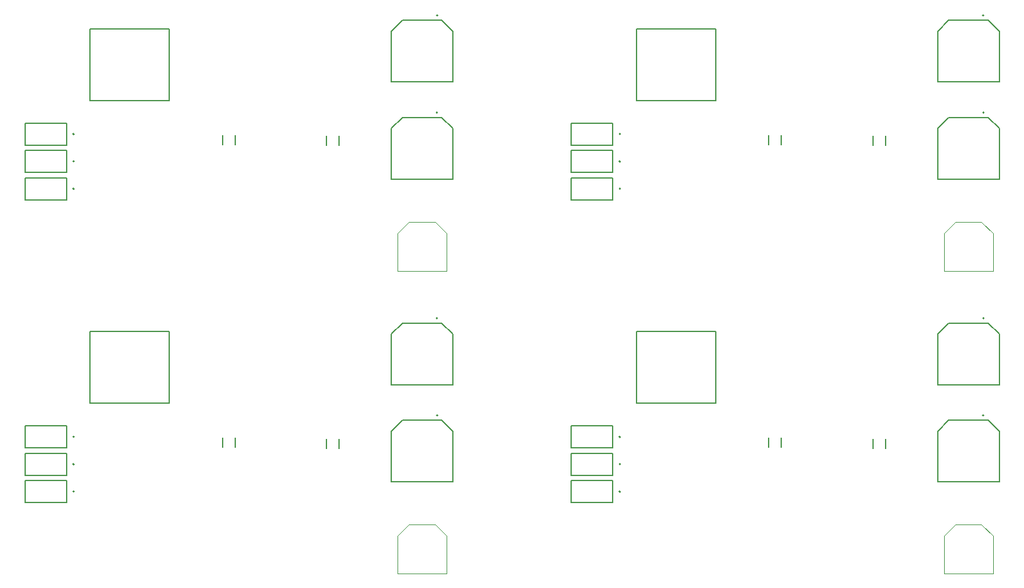
<source format=gbr>
%TF.GenerationSoftware,Altium Limited,Altium Designer,23.1.1 (15)*%
G04 Layer_Color=16711935*
%FSLAX45Y45*%
%MOMM*%
%TF.SameCoordinates,4CCFFED5-D059-4900-A68D-9618ACEA1AB5*%
%TF.FilePolarity,Positive*%
%TF.FileFunction,Other,Mechanical_13*%
%TF.Part,CustomerPanel*%
G01*
G75*
%TA.AperFunction,NonConductor*%
%ADD36C,0.20000*%
%ADD40C,0.12700*%
%ADD65C,0.10000*%
D36*
X3624000Y6235700D02*
G03*
X3624000Y6235700I-10000J0D01*
G01*
Y5499100D02*
G03*
X3624000Y5499100I-10000J0D01*
G01*
Y5867400D02*
G03*
X3624000Y5867400I-10000J0D01*
G01*
X8515800Y6524797D02*
G03*
X8515800Y6524797I-10000J0D01*
G01*
Y7832897D02*
G03*
X8515800Y7832897I-10000J0D01*
G01*
X3835300Y6687100D02*
Y7652100D01*
Y6687100D02*
X4902300D01*
Y7652100D01*
X3835300D02*
X4902300D01*
X10977300Y6235700D02*
G03*
X10977300Y6235700I-10000J0D01*
G01*
Y5499100D02*
G03*
X10977300Y5499100I-10000J0D01*
G01*
Y5867400D02*
G03*
X10977300Y5867400I-10000J0D01*
G01*
X15869099Y6524797D02*
G03*
X15869099Y6524797I-10000J0D01*
G01*
Y7832897D02*
G03*
X15869099Y7832897I-10000J0D01*
G01*
X11188600Y6687100D02*
Y7652100D01*
Y6687100D02*
X12255600D01*
Y7652100D01*
X11188600D02*
X12255600D01*
X3624000Y10312400D02*
G03*
X3624000Y10312400I-10000J0D01*
G01*
Y9575800D02*
G03*
X3624000Y9575800I-10000J0D01*
G01*
Y9944100D02*
G03*
X3624000Y9944100I-10000J0D01*
G01*
X8515800Y10601497D02*
G03*
X8515800Y10601497I-10000J0D01*
G01*
Y11909597D02*
G03*
X8515800Y11909597I-10000J0D01*
G01*
X3835300Y10763800D02*
Y11728800D01*
Y10763800D02*
X4902300D01*
Y11728800D01*
X3835300D02*
X4902300D01*
X10977300Y10312400D02*
G03*
X10977300Y10312400I-10000J0D01*
G01*
Y9575800D02*
G03*
X10977300Y9575800I-10000J0D01*
G01*
Y9944100D02*
G03*
X10977300Y9944100I-10000J0D01*
G01*
X15869099Y10601497D02*
G03*
X15869099Y10601497I-10000J0D01*
G01*
Y11909597D02*
G03*
X15869099Y11909597I-10000J0D01*
G01*
X11188600Y10763800D02*
Y11728800D01*
Y10763800D02*
X12255600D01*
Y11728800D01*
X11188600D02*
X12255600D01*
D40*
X2958500Y6088200D02*
Y6383200D01*
Y6088200D02*
X3518500D01*
Y6383200D01*
X2958500D02*
X3518500D01*
X2958500Y5351600D02*
Y5646600D01*
Y5351600D02*
X3518500D01*
Y5646600D01*
X2958500D02*
X3518500D01*
X2958500Y5719900D02*
Y6014900D01*
Y5719900D02*
X3518500D01*
Y6014900D01*
X2958500D02*
X3518500D01*
X5787300Y6097000D02*
Y6222000D01*
X5617300Y6097000D02*
Y6222000D01*
X8040800Y6459797D02*
X8570800D01*
X7890800Y6309797D02*
X8040800Y6459797D01*
X7890800Y5629797D02*
Y6309797D01*
Y5629797D02*
X8720800D01*
Y6309797D01*
X8570800Y6459797D02*
X8720800Y6309797D01*
X7191101Y6084300D02*
Y6209300D01*
X7021101Y6084300D02*
Y6209300D01*
X8040800Y7767897D02*
X8570800D01*
X7890800Y7617897D02*
X8040800Y7767897D01*
X7890800Y6937897D02*
Y7617897D01*
Y6937897D02*
X8720800D01*
Y7617897D01*
X8570800Y7767897D02*
X8720800Y7617897D01*
X10311800Y6088200D02*
Y6383200D01*
Y6088200D02*
X10871800D01*
Y6383200D01*
X10311800D02*
X10871800D01*
X10311800Y5351600D02*
Y5646600D01*
Y5351600D02*
X10871800D01*
Y5646600D01*
X10311800D02*
X10871800D01*
X10311800Y5719900D02*
Y6014900D01*
Y5719900D02*
X10871800D01*
Y6014900D01*
X10311800D02*
X10871800D01*
X13140601Y6097000D02*
Y6222000D01*
X12970599Y6097000D02*
Y6222000D01*
X15394099Y6459797D02*
X15924100D01*
X15244099Y6309797D02*
X15394099Y6459797D01*
X15244099Y5629797D02*
Y6309797D01*
Y5629797D02*
X16074100D01*
Y6309797D01*
X15924100Y6459797D02*
X16074100Y6309797D01*
X14544402Y6084300D02*
Y6209300D01*
X14374400Y6084300D02*
Y6209300D01*
X15394099Y7767897D02*
X15924100D01*
X15244099Y7617897D02*
X15394099Y7767897D01*
X15244099Y6937897D02*
Y7617897D01*
Y6937897D02*
X16074100D01*
Y7617897D01*
X15924100Y7767897D02*
X16074100Y7617897D01*
X2958500Y10164900D02*
Y10459900D01*
Y10164900D02*
X3518500D01*
Y10459900D01*
X2958500D02*
X3518500D01*
X2958500Y9428300D02*
Y9723300D01*
Y9428300D02*
X3518500D01*
Y9723300D01*
X2958500D02*
X3518500D01*
X2958500Y9796600D02*
Y10091600D01*
Y9796600D02*
X3518500D01*
Y10091600D01*
X2958500D02*
X3518500D01*
X5787300Y10173700D02*
Y10298700D01*
X5617300Y10173700D02*
Y10298700D01*
X8040800Y10536497D02*
X8570800D01*
X7890800Y10386497D02*
X8040800Y10536497D01*
X7890800Y9706497D02*
Y10386497D01*
Y9706497D02*
X8720800D01*
Y10386497D01*
X8570800Y10536497D02*
X8720800Y10386497D01*
X7191101Y10161000D02*
Y10286000D01*
X7021101Y10161000D02*
Y10286000D01*
X8040800Y11844597D02*
X8570800D01*
X7890800Y11694597D02*
X8040800Y11844597D01*
X7890800Y11014597D02*
Y11694597D01*
Y11014597D02*
X8720800D01*
Y11694597D01*
X8570800Y11844597D02*
X8720800Y11694597D01*
X10311800Y10164900D02*
Y10459900D01*
Y10164900D02*
X10871800D01*
Y10459900D01*
X10311800D02*
X10871800D01*
X10311800Y9428300D02*
Y9723300D01*
Y9428300D02*
X10871800D01*
Y9723300D01*
X10311800D02*
X10871800D01*
X10311800Y9796600D02*
Y10091600D01*
Y9796600D02*
X10871800D01*
Y10091600D01*
X10311800D02*
X10871800D01*
X13140601Y10173700D02*
Y10298700D01*
X12970599Y10173700D02*
Y10298700D01*
X15394099Y10536497D02*
X15924100D01*
X15244099Y10386497D02*
X15394099Y10536497D01*
X15244099Y9706497D02*
Y10386497D01*
Y9706497D02*
X16074100D01*
Y10386497D01*
X15924100Y10536497D02*
X16074100Y10386497D01*
X14544402Y10161000D02*
Y10286000D01*
X14374400Y10161000D02*
Y10286000D01*
X15394099Y11844597D02*
X15924100D01*
X15244099Y11694597D02*
X15394099Y11844597D01*
X15244099Y11014597D02*
Y11694597D01*
Y11014597D02*
X16074100D01*
Y11694597D01*
X15924100Y11844597D02*
X16074100Y11694597D01*
D65*
X8635800Y4394400D02*
Y4899400D01*
X8480800Y5054400D02*
X8635800Y4899400D01*
X7975800D02*
X8130800Y5054400D01*
X8480800D01*
X7975800Y4394400D02*
Y4899400D01*
Y4394400D02*
X8635800D01*
X15989101D02*
Y4899400D01*
X15834100Y5054400D02*
X15989101Y4899400D01*
X15329100D02*
X15484100Y5054400D01*
X15834100D01*
X15329100Y4394400D02*
Y4899400D01*
Y4394400D02*
X15989101D01*
X8635800Y8471100D02*
Y8976100D01*
X8480800Y9131100D02*
X8635800Y8976100D01*
X7975800D02*
X8130800Y9131100D01*
X8480800D01*
X7975800Y8471100D02*
Y8976100D01*
Y8471100D02*
X8635800D01*
X15989101D02*
Y8976100D01*
X15834100Y9131100D02*
X15989101Y8976100D01*
X15329100D02*
X15484100Y9131100D01*
X15834100D01*
X15329100Y8471100D02*
Y8976100D01*
Y8471100D02*
X15989101D01*
%TF.MD5,5e3c29b9b795de6d07380eab5eb6c16e*%
M02*

</source>
